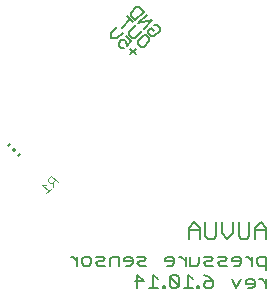
<source format=gbo>
G75*
%MOIN*%
%OFA0B0*%
%FSLAX24Y24*%
%IPPOS*%
%LPD*%
%AMOC8*
5,1,8,0,0,1.08239X$1,22.5*
%
%ADD10C,0.0050*%
%ADD11C,0.0040*%
%ADD12C,0.0060*%
%ADD13R,0.0059X0.0118*%
%ADD14R,0.0118X0.0118*%
D10*
X003791Y001725D02*
X003866Y001725D01*
X004016Y001575D01*
X004016Y001425D02*
X004016Y001725D01*
X004176Y001650D02*
X004252Y001725D01*
X004402Y001725D01*
X004477Y001650D01*
X004477Y001500D01*
X004402Y001425D01*
X004252Y001425D01*
X004176Y001500D01*
X004176Y001650D01*
X004637Y001725D02*
X004862Y001725D01*
X004937Y001650D01*
X004862Y001575D01*
X004712Y001575D01*
X004637Y001500D01*
X004712Y001425D01*
X004937Y001425D01*
X005097Y001425D02*
X005097Y001650D01*
X005172Y001725D01*
X005397Y001725D01*
X005397Y001425D01*
X005558Y001575D02*
X005858Y001575D01*
X005858Y001500D02*
X005783Y001425D01*
X005633Y001425D01*
X005558Y001575D02*
X005558Y001650D01*
X005633Y001725D01*
X005783Y001725D01*
X005858Y001650D01*
X005858Y001500D01*
X006018Y001500D02*
X006093Y001575D01*
X006243Y001575D01*
X006318Y001650D01*
X006243Y001725D01*
X006018Y001725D01*
X006018Y001500D02*
X006093Y001425D01*
X006318Y001425D01*
X006552Y001125D02*
X006552Y000675D01*
X006702Y000675D02*
X006402Y000675D01*
X006242Y000900D02*
X005941Y000900D01*
X006016Y000675D02*
X006016Y001125D01*
X006242Y000900D01*
X006552Y001125D02*
X006702Y000975D01*
X006857Y000750D02*
X006857Y000675D01*
X006932Y000675D01*
X006932Y000750D01*
X006857Y000750D01*
X007092Y000750D02*
X007092Y001050D01*
X007393Y000750D01*
X007317Y000675D01*
X007167Y000675D01*
X007092Y000750D01*
X007393Y000750D02*
X007393Y001050D01*
X007317Y001125D01*
X007167Y001125D01*
X007092Y001050D01*
X007164Y001425D02*
X007014Y001425D01*
X007164Y001425D02*
X007239Y001500D01*
X007239Y001650D01*
X007164Y001725D01*
X007014Y001725D01*
X006939Y001650D01*
X006939Y001575D01*
X007239Y001575D01*
X007398Y001725D02*
X007473Y001725D01*
X007623Y001575D01*
X007623Y001425D02*
X007623Y001725D01*
X007783Y001725D02*
X007783Y001425D01*
X008008Y001425D01*
X008083Y001500D01*
X008083Y001725D01*
X008243Y001725D02*
X008468Y001725D01*
X008543Y001650D01*
X008468Y001575D01*
X008318Y001575D01*
X008243Y001500D01*
X008318Y001425D01*
X008543Y001425D01*
X008704Y001500D02*
X008779Y001575D01*
X008929Y001575D01*
X009004Y001650D01*
X008929Y001725D01*
X008704Y001725D01*
X008704Y001500D02*
X008779Y001425D01*
X009004Y001425D01*
X009164Y001575D02*
X009164Y001650D01*
X009239Y001725D01*
X009389Y001725D01*
X009464Y001650D01*
X009464Y001500D01*
X009389Y001425D01*
X009239Y001425D01*
X009164Y001575D02*
X009464Y001575D01*
X009623Y001725D02*
X009698Y001725D01*
X009848Y001575D01*
X009848Y001425D02*
X009848Y001725D01*
X010008Y001650D02*
X010008Y001500D01*
X010083Y001425D01*
X010308Y001425D01*
X010308Y001275D02*
X010308Y001725D01*
X010083Y001725D01*
X010008Y001650D01*
X010083Y000975D02*
X010158Y000975D01*
X010308Y000825D01*
X010308Y000675D02*
X010308Y000975D01*
X009925Y000900D02*
X009925Y000750D01*
X009850Y000675D01*
X009699Y000675D01*
X009624Y000825D02*
X009925Y000825D01*
X009925Y000900D02*
X009850Y000975D01*
X009699Y000975D01*
X009624Y000900D01*
X009624Y000825D01*
X009464Y000975D02*
X009314Y000675D01*
X009164Y000975D01*
X008543Y000900D02*
X008543Y000750D01*
X008468Y000675D01*
X008318Y000675D01*
X008243Y000750D01*
X008243Y000825D01*
X008318Y000900D01*
X008543Y000900D01*
X008393Y001050D01*
X008243Y001125D01*
X008083Y000750D02*
X008008Y000750D01*
X008008Y000675D01*
X008083Y000675D01*
X008083Y000750D01*
X007853Y000675D02*
X007553Y000675D01*
X007703Y000675D02*
X007703Y001125D01*
X007853Y000975D01*
X005966Y008468D02*
X005777Y008657D01*
X005673Y008761D02*
X005626Y008902D01*
X005578Y008950D01*
X005484Y008950D01*
X005390Y008855D01*
X005390Y008761D01*
X005484Y008666D01*
X005578Y008666D01*
X005673Y008761D02*
X005814Y008902D01*
X005626Y009091D01*
X005740Y009111D02*
X005740Y009205D01*
X005976Y009441D01*
X006043Y009508D02*
X006326Y009791D01*
X006221Y009895D02*
X006080Y010037D01*
X005985Y010037D01*
X005797Y009848D01*
X005797Y009754D01*
X005938Y009612D01*
X006221Y009895D01*
X006514Y009602D02*
X006043Y009508D01*
X005871Y009545D02*
X005683Y009734D01*
X005777Y009640D02*
X005494Y009357D01*
X005521Y009195D02*
X005333Y009007D01*
X005144Y009007D01*
X005144Y009195D01*
X005333Y009384D01*
X005740Y009111D02*
X005834Y009016D01*
X005928Y009016D01*
X006164Y009252D01*
X006231Y009319D02*
X006514Y009602D01*
X006571Y009451D02*
X006666Y009451D01*
X006760Y009357D01*
X006760Y009262D01*
X006571Y009073D01*
X006477Y009073D01*
X006383Y009168D01*
X006383Y009262D01*
X006477Y009357D01*
X006571Y009262D01*
X006316Y009101D02*
X006410Y009007D01*
X006410Y008912D01*
X006221Y008723D01*
X006127Y008723D01*
X006033Y008818D01*
X006033Y008912D01*
X006221Y009101D01*
X006316Y009101D01*
X005966Y008657D02*
X005777Y008468D01*
D11*
X003139Y004428D02*
X003029Y004318D01*
X003029Y004245D01*
X003102Y004172D01*
X003175Y004172D01*
X003285Y004281D01*
X003212Y004208D02*
X003212Y004062D01*
X003130Y003980D02*
X002984Y003834D01*
X003057Y003907D02*
X002838Y004127D01*
X002984Y004127D01*
X003139Y004428D02*
X003358Y004208D01*
D12*
X007733Y002690D02*
X007733Y002330D01*
X007733Y002600D02*
X008093Y002600D01*
X008093Y002690D02*
X007913Y002870D01*
X007733Y002690D01*
X008093Y002690D02*
X008093Y002330D01*
X008286Y002420D02*
X008286Y002870D01*
X008646Y002870D02*
X008646Y002420D01*
X008556Y002330D01*
X008376Y002330D01*
X008286Y002420D01*
X008838Y002510D02*
X008838Y002870D01*
X008838Y002510D02*
X009018Y002330D01*
X009198Y002510D01*
X009198Y002870D01*
X009391Y002870D02*
X009391Y002420D01*
X009481Y002330D01*
X009661Y002330D01*
X009751Y002420D01*
X009751Y002870D01*
X009943Y002690D02*
X009943Y002330D01*
X009943Y002600D02*
X010303Y002600D01*
X010303Y002690D02*
X010123Y002870D01*
X009943Y002690D01*
X010303Y002690D02*
X010303Y002330D01*
D13*
G36*
X002058Y005058D02*
X002017Y005099D01*
X002100Y005182D01*
X002141Y005141D01*
X002058Y005058D01*
G37*
G36*
X001724Y005393D02*
X001683Y005434D01*
X001766Y005517D01*
X001807Y005476D01*
X001724Y005393D01*
G37*
D14*
G36*
X001912Y005205D02*
X001829Y005288D01*
X001912Y005371D01*
X001995Y005288D01*
X001912Y005205D01*
G37*
M02*

</source>
